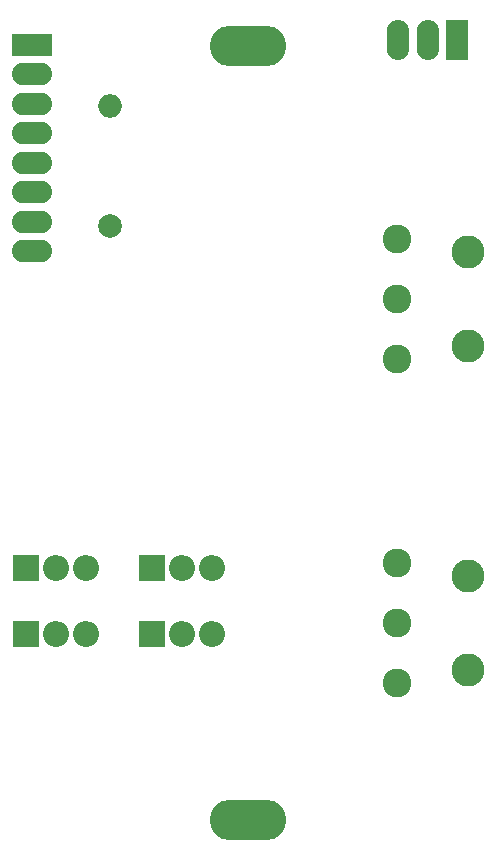
<source format=gbr>
G04 #@! TF.FileFunction,Soldermask,Bot*
%FSLAX46Y46*%
G04 Gerber Fmt 4.6, Leading zero omitted, Abs format (unit mm)*
G04 Created by KiCad (PCBNEW 4.0.7) date 07/23/18 16:16:28*
%MOMM*%
%LPD*%
G01*
G04 APERTURE LIST*
%ADD10C,0.100000*%
%ADD11R,3.400000X1.900000*%
%ADD12O,3.400000X1.900000*%
%ADD13R,1.900000X3.400000*%
%ADD14O,1.900000X3.400000*%
%ADD15O,6.469000X3.448000*%
%ADD16R,2.200000X2.200000*%
%ADD17O,2.200000X2.200000*%
%ADD18C,2.000000*%
%ADD19O,2.000000X2.000000*%
%ADD20C,2.432000*%
%ADD21C,2.800000*%
G04 APERTURE END LIST*
D10*
D11*
X126492000Y-61862000D03*
D12*
X126492000Y-64362000D03*
X126492000Y-66862000D03*
X126492000Y-69362000D03*
X126492000Y-71862000D03*
X126492000Y-74362000D03*
X126492000Y-76862000D03*
X126492000Y-79362000D03*
D13*
X162520000Y-61468000D03*
D14*
X160020000Y-61468000D03*
X157520000Y-61468000D03*
D15*
X144780000Y-61976000D03*
X144780000Y-127508000D03*
D16*
X125984000Y-106172000D03*
D17*
X128524000Y-106172000D03*
X131064000Y-106172000D03*
D16*
X125984000Y-111760000D03*
D17*
X128524000Y-111760000D03*
X131064000Y-111760000D03*
D16*
X136652000Y-111760000D03*
D17*
X139192000Y-111760000D03*
X141732000Y-111760000D03*
D16*
X136652000Y-106172000D03*
D17*
X139192000Y-106172000D03*
X141732000Y-106172000D03*
D18*
X133096000Y-77216000D03*
D19*
X133096000Y-67056000D03*
D20*
X157416500Y-105727500D03*
X157416500Y-115887500D03*
X157416500Y-110807500D03*
D21*
X163449000Y-106807000D03*
X163449000Y-114808000D03*
D20*
X157416500Y-78295500D03*
X157416500Y-88455500D03*
X157416500Y-83375500D03*
D21*
X163449000Y-79375000D03*
X163449000Y-87376000D03*
M02*

</source>
